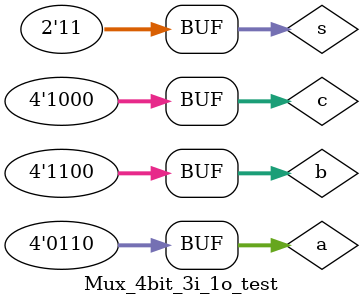
<source format=v>
`timescale 1ns / 1ps


module Mux_4bit_3i_1o_test;

	// Inputs
	reg [1:0] s;
	reg [3:0] a;
	reg [3:0] b;
	reg [3:0] c;

	// Outputs
	wire [3:0] r;

	// Instantiate the Unit Under Test (UUT)
	Mux_4bit_3i_1o uut (
		.s(s), 
		.a(a), 
		.b(b), 
		.c(c), 
		.r(r)
	);

	initial begin
		// Initialize Inputs
		s = 0;
		a = 0;
		b = 0;
		c = 0;

		#50;
		repeat (3) begin //S
			repeat (2) begin //A
				repeat (2) begin //B
					repeat (2) begin //C
					#10;
					//Test
					if(s == 0 && r !=a)		// s = 0, choose a
						$display("fail");
					else if(s == 1 && r != b)	// s = 1, choose b
						$display("fail");
					else if(s == 2 && r != c)	// s = 1, choose c
						$display("fail");
					else
						$display("pass");
					c = c + 1;
					end
					b = b+1;
				end //End B
				a = a + 1;
			end //End A
			s = s +1;
		end //End S
	end
      
endmodule


</source>
